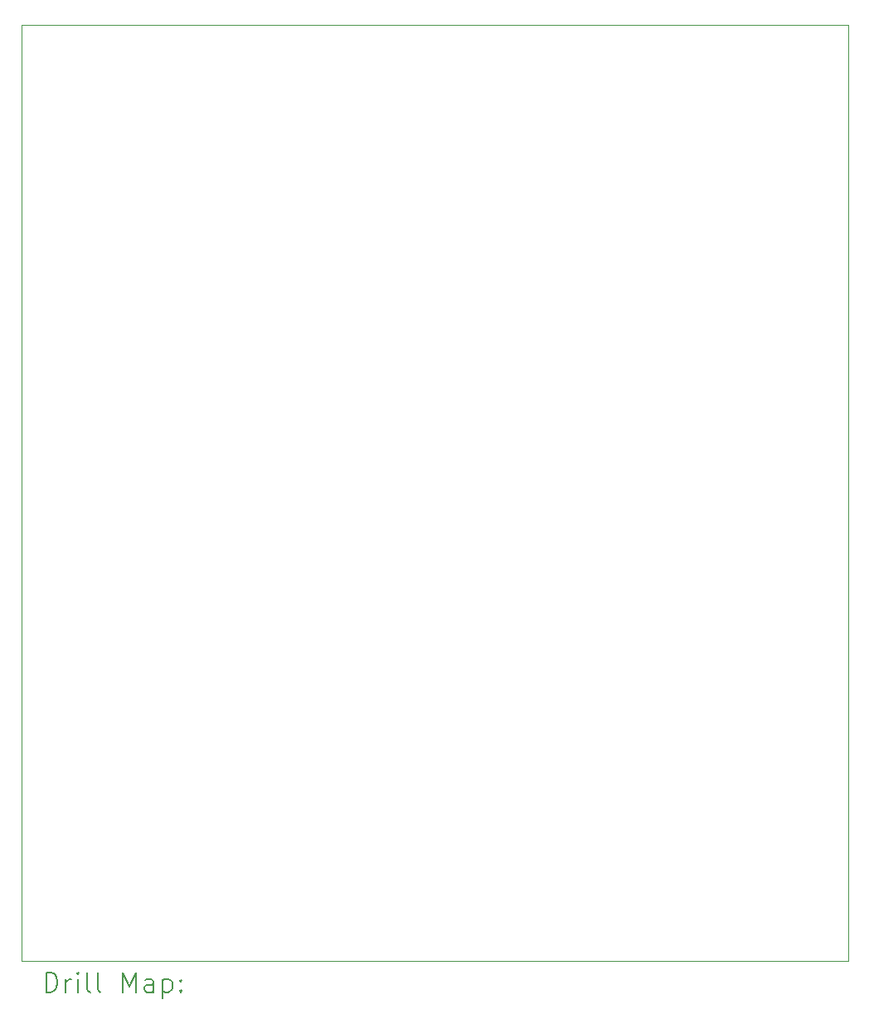
<source format=gbr>
%TF.GenerationSoftware,KiCad,Pcbnew,9.0.0*%
%TF.CreationDate,2025-07-11T11:02:10-04:00*%
%TF.ProjectId,jammerBT_v3,6a616d6d-6572-4425-945f-76332e6b6963,rev?*%
%TF.SameCoordinates,Original*%
%TF.FileFunction,Drillmap*%
%TF.FilePolarity,Positive*%
%FSLAX45Y45*%
G04 Gerber Fmt 4.5, Leading zero omitted, Abs format (unit mm)*
G04 Created by KiCad (PCBNEW 9.0.0) date 2025-07-11 11:02:10*
%MOMM*%
%LPD*%
G01*
G04 APERTURE LIST*
%ADD10C,0.100000*%
%ADD11C,0.200000*%
G04 APERTURE END LIST*
D10*
X14558500Y-4195500D02*
X23004500Y-4195500D01*
X23004500Y-13746000D01*
X14558500Y-13746000D01*
X14558500Y-4195500D01*
D11*
X14814277Y-14062484D02*
X14814277Y-13862484D01*
X14814277Y-13862484D02*
X14861896Y-13862484D01*
X14861896Y-13862484D02*
X14890467Y-13872008D01*
X14890467Y-13872008D02*
X14909515Y-13891055D01*
X14909515Y-13891055D02*
X14919039Y-13910103D01*
X14919039Y-13910103D02*
X14928562Y-13948198D01*
X14928562Y-13948198D02*
X14928562Y-13976769D01*
X14928562Y-13976769D02*
X14919039Y-14014865D01*
X14919039Y-14014865D02*
X14909515Y-14033912D01*
X14909515Y-14033912D02*
X14890467Y-14052960D01*
X14890467Y-14052960D02*
X14861896Y-14062484D01*
X14861896Y-14062484D02*
X14814277Y-14062484D01*
X15014277Y-14062484D02*
X15014277Y-13929150D01*
X15014277Y-13967246D02*
X15023801Y-13948198D01*
X15023801Y-13948198D02*
X15033324Y-13938674D01*
X15033324Y-13938674D02*
X15052372Y-13929150D01*
X15052372Y-13929150D02*
X15071420Y-13929150D01*
X15138086Y-14062484D02*
X15138086Y-13929150D01*
X15138086Y-13862484D02*
X15128562Y-13872008D01*
X15128562Y-13872008D02*
X15138086Y-13881531D01*
X15138086Y-13881531D02*
X15147610Y-13872008D01*
X15147610Y-13872008D02*
X15138086Y-13862484D01*
X15138086Y-13862484D02*
X15138086Y-13881531D01*
X15261896Y-14062484D02*
X15242848Y-14052960D01*
X15242848Y-14052960D02*
X15233324Y-14033912D01*
X15233324Y-14033912D02*
X15233324Y-13862484D01*
X15366658Y-14062484D02*
X15347610Y-14052960D01*
X15347610Y-14052960D02*
X15338086Y-14033912D01*
X15338086Y-14033912D02*
X15338086Y-13862484D01*
X15595229Y-14062484D02*
X15595229Y-13862484D01*
X15595229Y-13862484D02*
X15661896Y-14005341D01*
X15661896Y-14005341D02*
X15728562Y-13862484D01*
X15728562Y-13862484D02*
X15728562Y-14062484D01*
X15909515Y-14062484D02*
X15909515Y-13957722D01*
X15909515Y-13957722D02*
X15899991Y-13938674D01*
X15899991Y-13938674D02*
X15880943Y-13929150D01*
X15880943Y-13929150D02*
X15842848Y-13929150D01*
X15842848Y-13929150D02*
X15823801Y-13938674D01*
X15909515Y-14052960D02*
X15890467Y-14062484D01*
X15890467Y-14062484D02*
X15842848Y-14062484D01*
X15842848Y-14062484D02*
X15823801Y-14052960D01*
X15823801Y-14052960D02*
X15814277Y-14033912D01*
X15814277Y-14033912D02*
X15814277Y-14014865D01*
X15814277Y-14014865D02*
X15823801Y-13995817D01*
X15823801Y-13995817D02*
X15842848Y-13986293D01*
X15842848Y-13986293D02*
X15890467Y-13986293D01*
X15890467Y-13986293D02*
X15909515Y-13976769D01*
X16004753Y-13929150D02*
X16004753Y-14129150D01*
X16004753Y-13938674D02*
X16023801Y-13929150D01*
X16023801Y-13929150D02*
X16061896Y-13929150D01*
X16061896Y-13929150D02*
X16080943Y-13938674D01*
X16080943Y-13938674D02*
X16090467Y-13948198D01*
X16090467Y-13948198D02*
X16099991Y-13967246D01*
X16099991Y-13967246D02*
X16099991Y-14024388D01*
X16099991Y-14024388D02*
X16090467Y-14043436D01*
X16090467Y-14043436D02*
X16080943Y-14052960D01*
X16080943Y-14052960D02*
X16061896Y-14062484D01*
X16061896Y-14062484D02*
X16023801Y-14062484D01*
X16023801Y-14062484D02*
X16004753Y-14052960D01*
X16185705Y-14043436D02*
X16195229Y-14052960D01*
X16195229Y-14052960D02*
X16185705Y-14062484D01*
X16185705Y-14062484D02*
X16176182Y-14052960D01*
X16176182Y-14052960D02*
X16185705Y-14043436D01*
X16185705Y-14043436D02*
X16185705Y-14062484D01*
X16185705Y-13938674D02*
X16195229Y-13948198D01*
X16195229Y-13948198D02*
X16185705Y-13957722D01*
X16185705Y-13957722D02*
X16176182Y-13948198D01*
X16176182Y-13948198D02*
X16185705Y-13938674D01*
X16185705Y-13938674D02*
X16185705Y-13957722D01*
M02*

</source>
